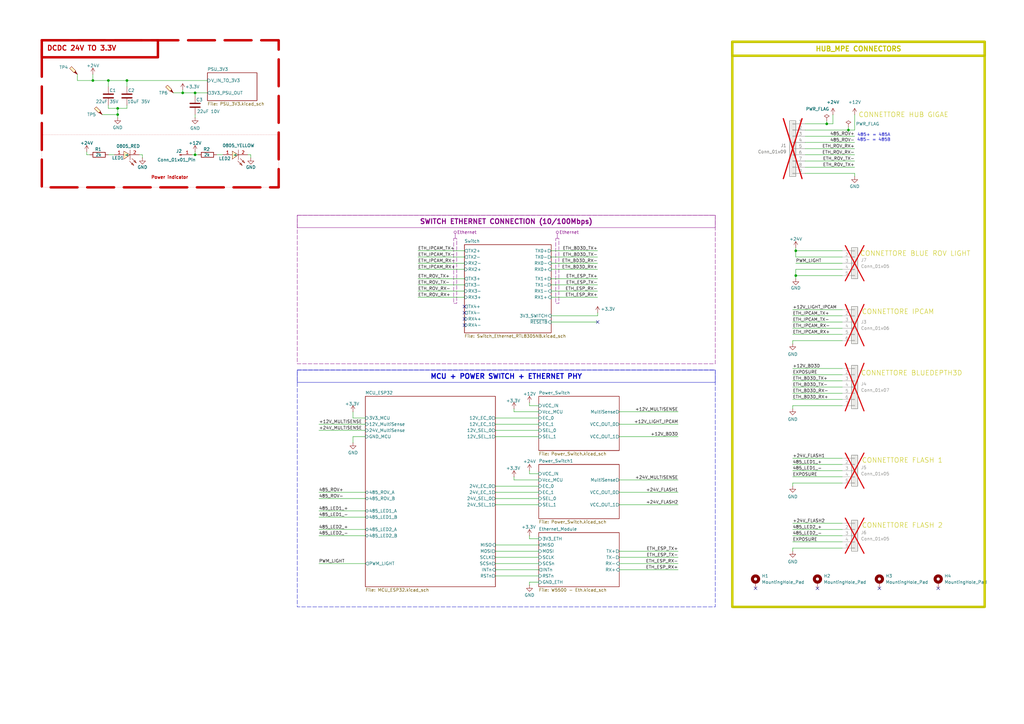
<source format=kicad_sch>
(kicad_sch (version 20250114) (generator "eeschema") (generator_version "9.0")
  (paper "A3")
  (title_block (title "HUB_MPE") (date "2025-03-21") (rev "0.1") (company "3DResearch"))
  (lib_symbols
    (symbol "Connector:Conn_01x01_Pin" (pin_names (offset 1.016) (hide yes))
      (property "Reference" "J" (at 0 2.54 0))
      (property "Value" "Conn_01x01_Pin" (at 0 -2.54 0))
      (symbol "Conn_01x01_Pin_1_1"
        (rectangle (start 0.8636 0.127) (end 0 -0.127) (stroke (width 0.1524)) (fill (type outline)))
        (polyline (pts (xy 1.27 0) (xy 0.8636 0)) (stroke (width 0.1524)))
        (pin passive line (at 5.08 0 180) (length 3.81) (name "Pin_1") (number "1"))
      )
    )
    (symbol "Connector:TestPoint_Probe" (pin_numbers (hide yes)) (pin_names (offset 0.762) (hide yes))
      (property "Reference" "TP" (at 1.651 5.842 0))
      (property "Value" "TestPoint_Probe" (at 1.651 4.064 0))
      (symbol "TestPoint_Probe_0_1"
        (polyline (pts (xy 1.27 0.762) (xy 0 0) (xy 0.762 1.27) (xy 1.27 0.762)) (fill (type outline)))
        (polyline (pts (xy 1.397 0.635) (xy 0.635 1.397) (xy 2.413 3.175) (xy 3.175 2.413) (xy 1.397 0.635)) (fill (type background)))
      )
      (symbol "TestPoint_Probe_1_1"
        (pin passive line (at 0 0 90) (length 0) (name "1") (number "1"))
      )
    )
    (symbol "Connector_Generic:Conn_01x05" (pin_names (offset 1.016) (hide yes))
      (property "Reference" "J" (at 0 7.62 0))
      (property "Value" "Conn_01x05" (at 0 -7.62 0))
      (symbol "Conn_01x05_1_1"
        (rectangle (start -1.27 6.35) (end 1.27 -6.35) (stroke (width 0.254)) (fill (type background)))
        (rectangle (start -1.27 5.207) (end 0 4.953) (stroke (width 0.1524)))
        (rectangle (start -1.27 2.667) (end 0 2.413) (stroke (width 0.1524)))
        (rectangle (start -1.27 0.127) (end 0 -0.127) (stroke (width 0.1524)))
        (rectangle (start -1.27 -2.413) (end 0 -2.667) (stroke (width 0.1524)))
        (rectangle (start -1.27 -4.953) (end 0 -5.207) (stroke (width 0.1524)))
        (pin passive line (at -5.08 5.08 0) (length 3.81) (name "Pin_1") (number "1"))
        (pin passive line (at -5.08 2.54 0) (length 3.81) (name "Pin_2") (number "2"))
        (pin passive line (at -5.08 0 0) (length 3.81) (name "Pin_3") (number "3"))
        (pin passive line (at -5.08 -2.54 0) (length 3.81) (name "Pin_4") (number "4"))
        (pin passive line (at -5.08 -5.08 0) (length 3.81) (name "Pin_5") (number "5"))
      )
    )
    (symbol "Connector_Generic:Conn_01x06" (pin_names (offset 1.016) (hide yes))
      (property "Reference" "J" (at 0 7.62 0))
      (property "Value" "Conn_01x06" (at 0 -10.16 0))
      (symbol "Conn_01x06_1_1"
        (rectangle (start -1.27 6.35) (end 1.27 -8.89) (stroke (width 0.254)) (fill (type background)))
        (rectangle (start -1.27 5.207) (end 0 4.953) (stroke (width 0.1524)))
        (rectangle (start -1.27 2.667) (end 0 2.413) (stroke (width 0.1524)))
        (rectangle (start -1.27 0.127) (end 0 -0.127) (stroke (width 0.1524)))
        (rectangle (start -1.27 -2.413) (end 0 -2.667) (stroke (width 0.1524)))
        (rectangle (start -1.27 -4.953) (end 0 -5.207) (stroke (width 0.1524)))
        (rectangle (start -1.27 -7.493) (end 0 -7.747) (stroke (width 0.1524)))
        (pin passive line (at -5.08 5.08 0) (length 3.81) (name "Pin_1") (number "1"))
        (pin passive line (at -5.08 2.54 0) (length 3.81) (name "Pin_2") (number "2"))
        (pin passive line (at -5.08 0 0) (length 3.81) (name "Pin_3") (number "3"))
        (pin passive line (at -5.08 -2.54 0) (length 3.81) (name "Pin_4") (number "4"))
        (pin passive line (at -5.08 -5.08 0) (length 3.81) (name "Pin_5") (number "5"))
        (pin passive line (at -5.08 -7.62 0) (length 3.81) (name "Pin_6") (number "6"))
      )
    )
    (symbol "Connector_Generic:Conn_01x07" (pin_names (offset 1.016) (hide yes))
      (property "Reference" "J" (at 0 10.16 0))
      (property "Value" "Conn_01x07" (at 0 -10.16 0))
      (symbol "Conn_01x07_1_1"
        (rectangle (start -1.27 8.89) (end 1.27 -8.89) (stroke (width 0.254)) (fill (type background)))
        (rectangle (start -1.27 7.747) (end 0 7.493) (stroke (width 0.1524)))
        (rectangle (start -1.27 5.207) (end 0 4.953) (stroke (width 0.1524)))
        (rectangle (start -1.27 2.667) (end 0 2.413) (stroke (width 0.1524)))
        (rectangle (start -1.27 0.127) (end 0 -0.127) (stroke (width 0.1524)))
        (rectangle (start -1.27 -2.413) (end 0 -2.667) (stroke (width 0.1524)))
        (rectangle (start -1.27 -4.953) (end 0 -5.207) (stroke (width 0.1524)))
        (rectangle (start -1.27 -7.493) (end 0 -7.747) (stroke (width 0.1524)))
        (pin passive line (at -5.08 7.62 0) (length 3.81) (name "Pin_1") (number "1"))
        (pin passive line (at -5.08 5.08 0) (length 3.81) (name "Pin_2") (number "2"))
        (pin passive line (at -5.08 2.54 0) (length 3.81) (name "Pin_3") (number "3"))
        (pin passive line (at -5.08 0 0) (length 3.81) (name "Pin_4") (number "4"))
        (pin passive line (at -5.08 -2.54 0) (length 3.81) (name "Pin_5") (number "5"))
        (pin passive line (at -5.08 -5.08 0) (length 3.81) (name "Pin_6") (number "6"))
        (pin passive line (at -5.08 -7.62 0) (length 3.81) (name "Pin_7") (number "7"))
      )
    )
    (symbol "Connector_Generic:Conn_01x09" (pin_names (offset 1.016) (hide yes))
      (property "Reference" "J" (at 0 12.7 0))
      (property "Value" "Conn_01x09" (at 0 -12.7 0))
      (symbol "Conn_01x09_1_1"
        (rectangle (start -1.27 11.43) (end 1.27 -11.43) (stroke (width 0.254)) (fill (type background)))
        (rectangle (start -1.27 10.287) (end 0 10.033) (stroke (width 0.1524)))
        (rectangle (start -1.27 7.747) (end 0 7.493) (stroke (width 0.1524)))
        (rectangle (start -1.27 5.207) (end 0 4.953) (stroke (width 0.1524)))
        (rectangle (start -1.27 2.667) (end 0 2.413) (stroke (width 0.1524)))
        (rectangle (start -1.27 0.127) (end 0 -0.127) (stroke (width 0.1524)))
        (rectangle (start -1.27 -2.413) (end 0 -2.667) (stroke (width 0.1524)))
        (rectangle (start -1.27 -4.953) (end 0 -5.207) (stroke (width 0.1524)))
        (rectangle (start -1.27 -7.493) (end 0 -7.747) (stroke (width 0.1524)))
        (rectangle (start -1.27 -10.033) (end 0 -10.287) (stroke (width 0.1524)))
        (pin passive line (at -5.08 10.16 0) (length 3.81) (name "Pin_1") (number "1"))
        (pin passive line (at -5.08 7.62 0) (length 3.81) (name "Pin_2") (number "2"))
        (pin passive line (at -5.08 5.08 0) (length 3.81) (name "Pin_3") (number "3"))
        (pin passive line (at -5.08 2.54 0) (length 3.81) (name "Pin_4") (number "4"))
        (pin passive line (at -5.08 0 0) (length 3.81) (name "Pin_5") (number "5"))
        (pin passive line (at -5.08 -2.54 0) (length 3.81) (name "Pin_6") (number "6"))
        (pin passive line (at -5.08 -5.08 0) (length 3.81) (name "Pin_7") (number "7"))
        (pin passive line (at -5.08 -7.62 0) (length 3.81) (name "Pin_8") (number "8"))
        (pin passive line (at -5.08 -10.16 0) (length 3.81) (name "Pin_9") (number "9"))
      )
    )
    (symbol "Device:C" (pin_numbers (hide yes)) (pin_names (offset 0.254))
      (property "Reference" "C" (at 0.635 2.54 0))
      (property "Value" "C" (at 0.635 -2.54 0))
      (symbol "C_0_1"
        (polyline (pts (xy -2.032 0.762) (xy 2.032 0.762)) (stroke (width 0.508)))
        (polyline (pts (xy -2.032 -0.762) (xy 2.032 -0.762)) (stroke (width 0.508)))
      )
      (symbol "C_1_1"
        (pin passive line (at 0 3.81 270) (length 2.794) (name "~") (number "1"))
        (pin passive line (at 0 -3.81 90) (length 2.794) (name "~") (number "2"))
      )
    )
    (symbol "Device:R" (pin_numbers (hide yes)) (pin_names (offset 0))
      (property "Reference" "R" (at 2.032 0 90))
      (property "Value" "R" (at 0 0 90))
      (symbol "R_0_1"
        (rectangle (start -1.016 -2.54) (end 1.016 2.54) (stroke (width 0.254)))
      )
      (symbol "R_1_1"
        (pin passive line (at 0 3.81 270) (length 1.27) (name "~") (number "1"))
        (pin passive line (at 0 -3.81 90) (length 1.27) (name "~") (number "2"))
      )
    )
    (symbol "Mechanical:MountingHole_Pad" (pin_numbers (hide yes)) (pin_names (offset 1.016) (hide yes)) (exclude_from_sim yes) (in_bom no)
      (property "Reference" "H" (at 0 6.35 0))
      (property "Value" "MountingHole_Pad" (at 0 4.445 0))
      (symbol "MountingHole_Pad_0_1"
        (circle (center 0 1.27) (radius 1.27) (stroke (width 1.27)))
      )
      (symbol "MountingHole_Pad_1_1"
        (pin input line (at 0 -2.54 90) (length 2.54) (name "1") (number "1"))
      )
    )
    (symbol "easyeda2kicad:17-21SUYC_TR8"
      (property "Reference" "LED" (at 0 5.08 0))
      (property "Value" "17-21SUYC/TR8" (at 0 -5.08 0))
      (symbol "17-21SUYC_TR8_0_1"
        (polyline (pts (xy -3.81 3.3) (xy -2.79 2.79) (xy -3.3 2.29) (xy -3.81 3.3)) (fill (type background)))
        (polyline (pts (xy -2.79 4.32) (xy -1.78 3.81) (xy -2.29 3.3) (xy -2.79 4.32)) (fill (type background)))
        (polyline (pts (xy -2.03 1.52) (xy -3.81 3.3)))
        (polyline (pts (xy -1.27 2.03) (xy -1.27 -2.03)))
        (polyline (pts (xy -1.02 2.54) (xy -2.79 4.32)))
        (polyline (pts (xy 1.27 -1.52) (xy -1.27 0) (xy 1.27 1.78) (xy 1.27 -1.52)) (fill (type background)))
        (pin unspecified line (at -5.08 0 0) (length 3.81) (name "-") (number "2"))
        (pin unspecified line (at 5.08 0 180) (length 3.81) (name "+") (number "1"))
      )
    )
    (symbol "easyeda2kicad:FC-2012HRK-620D"
      (property "Reference" "LED" (at 0 5.08 0))
      (property "Value" "FC-2012HRK-620D" (at 0 -5.08 0))
      (symbol "FC-2012HRK-620D_0_1"
        (polyline (pts (xy -3.81 3.3) (xy -2.79 2.79) (xy -3.3 2.29) (xy -3.81 3.3)) (fill (type background)))
        (polyline (pts (xy -2.79 4.32) (xy -1.78 3.81) (xy -2.29 3.3) (xy -2.79 4.32)) (fill (type background)))
        (polyline (pts (xy -2.03 1.52) (xy -3.81 3.3)))
        (polyline (pts (xy -1.27 2.03) (xy -1.27 -2.03)))
        (polyline (pts (xy -1.02 2.54) (xy -2.79 4.32)))
        (polyline (pts (xy 1.27 -1.52) (xy -1.27 0) (xy 1.27 1.78) (xy 1.27 -1.52)) (fill (type background)))
        (pin unspecified line (at -5.08 0 0) (length 3.81) (name "-") (number "2"))
        (pin unspecified line (at 5.08 0 180) (length 3.81) (name "+") (number "1"))
      )
    )
    (symbol "power:+12V" (power) (pin_numbers (hide yes)) (pin_names (offset 0) (hide yes))
      (property "Value" "+12V" (at 0 3.556 0))
      (symbol "+12V_0_1"
        (polyline (pts (xy -0.762 1.27) (xy 0 2.54)))
        (polyline (pts (xy 0 2.54) (xy 0.762 1.27)))
        (polyline (pts (xy 0 0) (xy 0 2.54)))
      )
      (symbol "+12V_1_1"
        (pin power_in line (at 0 0 90) (length 0) (name "~") (number "1"))
      )
    )
    (symbol "power:+24V" (power) (pin_numbers (hide yes)) (pin_names (offset 0) (hide yes))
      (property "Value" "+24V" (at 0 3.556 0))
      (symbol "+24V_0_1"
        (polyline (pts (xy -0.762 1.27) (xy 0 2.54)))
        (polyline (pts (xy 0 2.54) (xy 0.762 1.27)))
        (polyline (pts (xy 0 0) (xy 0 2.54)))
      )
      (symbol "+24V_1_1"
        (pin power_in line (at 0 0 90) (length 0) (name "~") (number "1"))
      )
    )
    (symbol "power:+3.3V" (power) (pin_numbers (hide yes)) (pin_names (offset 0) (hide yes))
      (property "Value" "+3.3V" (at 0 3.556 0))
      (symbol "+3.3V_0_1"
        (polyline (pts (xy -0.762 1.27) (xy 0 2.54)))
        (polyline (pts (xy 0 2.54) (xy 0.762 1.27)))
        (polyline (pts (xy 0 0) (xy 0 2.54)))
      )
      (symbol "+3.3V_1_1"
        (pin power_in line (at 0 0 90) (length 0) (name "~") (number "1"))
      )
    )
    (symbol "power:GND" (power) (pin_numbers (hide yes)) (pin_names (offset 0) (hide yes))
      (property "Value" "GND" (at 0 -3.81 0))
      (symbol "GND_0_1"
        (polyline (pts (xy 0 0) (xy 0 -1.27) (xy 1.27 -1.27) (xy 0 -2.54) (xy -1.27 -1.27) (xy 0 -1.27)))
      )
      (symbol "GND_1_1"
        (pin power_in line (at 0 0 270) (length 0) (name "~") (number "1"))
      )
    )
    (symbol "power:PWR_FLAG" (power) (pin_numbers (hide yes)) (pin_names (offset 0) (hide yes))
      (property "Value" "PWR_FLAG" (at 0 3.81 0))
      (symbol "PWR_FLAG_0_0"
        (pin power_out line (at 0 0 90) (length 0) (name "~") (number "1"))
      )
      (symbol "PWR_FLAG_0_1"
        (polyline (pts (xy 0 0) (xy 0 1.27) (xy -1.016 1.905) (xy 0 2.54) (xy 1.016 1.905) (xy 0 1.27)))
      )
    )
  )
  (rectangle (start 17.145 55.245) (end 114.3 76.835) (stroke (width 0) (type dot) (color 194 0 0 1)))
  (rectangle (start 121.92 88.265) (end 293.37 149.225) (stroke (width 0) (type dash) (color 132 0 132 1)))
  (rectangle (start 300.355 17.145) (end 403.86 248.92) (stroke (width 1) (color 194 194 0 1)))
  (rectangle (start 17.145 16.51) (end 114.3 76.835) (stroke (width 1) (type dash) (color 194 0 0 1)))
  (rectangle (start 121.92 151.765) (end 293.37 248.92) (stroke (width 0) (type dash)))
  (text "CONNETTORE FLASH 1" (at 370.078 188.976 0) (effects (font (size 2 2))))
  (text "Power indicator" (at 69.596 72.898 0) (effects (font (size 1.27 1.27) (thickness 0.254) (bold yes))))
  (text "CONNETTORE HUB GIGAE" (at 370.586 47.244 0) (effects (font (size 2 2))))
  (text "CONNETTORE IPCAM" (at 368.3 128.016 0) (effects (font (size 2 2))))
  (text "485+ = 485A\n485- = 485B" (at 358.394 56.388 0) (effects (font (size 1.27 1.27))))
  (text "LISTA CONNESSIONI\n1 x GIGAETHERNET (13 PIN)\n2 x ILLUMINATORE (5 PIN)\n1 x BLUEDEPTH (9 PIN)\n1 x IP CAMERA (6 PIN)\n1 x BLUE_ROV_LIGHT (3 PIN)" (at 0.762 325.628 0) (effects (font (size 4 4)) (justify left)))
  (text "CONNETTORE BLUEDEPTH3D" (at 373.888 153.162 0) (effects (font (size 2 2))))
  (text "CONNETTORE BLUE ROV LIGHT" (at 375.412 104.14 0) (effects (font (size 2 2))))
  (text "CONNETTORE FLASH 2" (at 370.078 215.646 0) (effects (font (size 2 2))))
  (text_box "MCU + POWER SWITCH + ETHERNET PHY" (at 121.92 151.765 0) (size 171.45 5.08) (margins 0.9525 0.9525 0.9525 0.9525) (effects (font (size 2 2) (thickness 0.4) (bold yes))))
  (text_box "HUB_MPE CONNECTORS" (at 300.355 17.145 0) (size 103.505 5.715) (margins 0.9525 0.9525 0.9525 0.9525) (stroke (width 1) (color 194 194 0 1)) (effects (font (size 2 2) (thickness 0.4) (bold yes))))
  (text_box "SWITCH ETHERNET CONNECTION (10/100Mbps)" (at 121.92 88.265 0) (size 171.45 5.08) (margins 0.9525 0.9525 0.9525 0.9525) (stroke (width 0) (color 132 0 132 1)) (effects (font (size 2 2) (thickness 0.4) (bold yes))))
  (text_box "DCDC 24V TO 3.3V" (at 17.145 16.51 0) (size 47.625 6.985) (margins 2 2 2 2) (stroke (width 1) (color 194 0 0 1)) (effects (font (size 2 2) (thickness 0.4) (bold yes)) (justify left top)))
  (junction (at 326.39 113.03))
  (junction (at 80.01 63.5))
  (junction (at 48.26 46.99))
  (junction (at 48.26 44.45))
  (junction (at 347.98 53.34))
  (junction (at 339.09 50.8))
  (junction (at 74.93 38.1))
  (junction (at 44.45 33.02))
  (junction (at 80.01 38.1))
  (junction (at 52.07 33.02))
  (junction (at 326.39 102.87))
  (junction (at 38.1 33.02))
  (no_connect (at 335.28 241.3))
  (no_connect (at 245.11 132.08))
  (no_connect (at 360.68 241.3))
  (no_connect (at 190.5 128.27))
  (no_connect (at 190.5 125.73))
  (no_connect (at 190.5 130.81))
  (no_connect (at 190.5 133.35))
  (no_connect (at 384.81 241.3))
  (no_connect (at 309.88 241.3))
  (wire (pts (xy 203.2 201.93) (xy 220.98 201.93)))
  (wire (pts (xy 325.12 134.62) (xy 345.44 134.62)))
  (wire (pts (xy 217.17 193.04) (xy 217.17 194.31)))
  (wire (pts (xy 325.12 140.97) (xy 325.12 139.7)))
  (wire (pts (xy 217.17 194.31) (xy 220.98 194.31)))
  (wire (pts (xy 149.86 176.53) (xy 130.81 176.53)))
  (wire (pts (xy 341.63 50.8) (xy 339.09 50.8)))
  (wire (pts (xy 226.06 132.08) (xy 245.11 132.08)))
  (wire (pts (xy 38.1 30.48) (xy 38.1 33.02)))
  (wire (pts (xy 57.15 63.5) (xy 58.42 63.5)))
  (wire (pts (xy 345.44 127) (xy 325.12 127)))
  (wire (pts (xy 41.91 46.99) (xy 48.26 46.99)))
  (wire (pts (xy 345.44 110.49) (xy 326.39 110.49)))
  (wire (pts (xy 149.86 219.71) (xy 130.81 219.71)))
  (wire (pts (xy 31.75 33.02) (xy 38.1 33.02)))
  (wire (pts (xy 325.12 153.67) (xy 345.44 153.67)))
  (wire (pts (xy 78.74 63.5) (xy 80.01 63.5)))
  (wire (pts (xy 330.2 63.5) (xy 350.52 63.5)))
  (wire (pts (xy 350.52 53.34) (xy 347.98 53.34)))
  (wire (pts (xy 345.44 214.63) (xy 325.12 214.63)))
  (wire (pts (xy 74.93 36.83) (xy 74.93 38.1)))
  (wire (pts (xy 217.17 219.71) (xy 217.17 220.98)))
  (wire (pts (xy 330.2 55.88) (xy 350.52 55.88)))
  (wire (pts (xy 149.86 217.17) (xy 130.81 217.17)))
  (wire (pts (xy 254 226.06) (xy 278.13 226.06)))
  (wire (pts (xy 58.42 64.77) (xy 58.42 63.5)))
  (wire (pts (xy 345.44 105.41) (xy 326.39 105.41)))
  (wire (pts (xy 325.12 161.29) (xy 345.44 161.29)))
  (wire (pts (xy 52.07 43.18) (xy 52.07 44.45)))
  (wire (pts (xy 190.5 102.87) (xy 171.45 102.87)))
  (wire (pts (xy 149.86 201.93) (xy 130.81 201.93)))
  (wire (pts (xy 325.12 224.79) (xy 345.44 224.79)))
  (wire (pts (xy 210.82 196.85) (xy 220.98 196.85)))
  (wire (pts (xy 149.86 173.99) (xy 130.81 173.99)))
  (wire (pts (xy 325.12 193.04) (xy 345.44 193.04)))
  (wire (pts (xy 226.06 110.49) (xy 245.11 110.49)))
  (wire (pts (xy 226.06 107.95) (xy 245.11 107.95)))
  (wire (pts (xy 44.45 33.02) (xy 52.07 33.02)))
  (wire (pts (xy 44.45 33.02) (xy 44.45 35.56)))
  (wire (pts (xy 217.17 238.76) (xy 220.98 238.76)))
  (wire (pts (xy 210.82 168.91) (xy 220.98 168.91)))
  (wire (pts (xy 325.12 222.25) (xy 345.44 222.25)))
  (wire (pts (xy 226.06 116.84) (xy 245.11 116.84)))
  (wire (pts (xy 330.2 58.42) (xy 350.52 58.42)))
  (wire (pts (xy 347.98 53.34) (xy 330.2 53.34)))
  (wire (pts (xy 80.01 63.5) (xy 81.28 63.5)))
  (wire (pts (xy 254 196.85) (xy 278.13 196.85)))
  (wire (pts (xy 149.86 179.07) (xy 144.78 179.07)))
  (wire (pts (xy 101.6 63.5) (xy 102.87 63.5)))
  (wire (pts (xy 217.17 220.98) (xy 220.98 220.98)))
  (wire (pts (xy 326.39 105.41) (xy 326.39 102.87)))
  (wire (pts (xy 326.39 110.49) (xy 326.39 113.03)))
  (wire (pts (xy 74.93 38.1) (xy 80.01 38.1)))
  (wire (pts (xy 80.01 62.23) (xy 80.01 63.5)))
  (wire (pts (xy 48.26 44.45) (xy 48.26 46.99)))
  (wire (pts (xy 203.2 233.68) (xy 220.98 233.68)))
  (wire (pts (xy 325.12 190.5) (xy 345.44 190.5)))
  (wire (pts (xy 325.12 217.17) (xy 345.44 217.17)))
  (wire (pts (xy 203.2 226.06) (xy 220.98 226.06)))
  (wire (pts (xy 345.44 151.13) (xy 325.12 151.13)))
  (wire (pts (xy 330.2 71.12) (xy 350.52 71.12)))
  (wire (pts (xy 217.17 166.37) (xy 220.98 166.37)))
  (wire (pts (xy 325.12 199.39) (xy 325.12 198.12)))
  (wire (pts (xy 203.2 204.47) (xy 220.98 204.47)))
  (wire (pts (xy 325.12 166.37) (xy 345.44 166.37)))
  (wire (pts (xy 203.2 228.6) (xy 220.98 228.6)))
  (wire (pts (xy 326.39 107.95) (xy 345.44 107.95)))
  (wire (pts (xy 254 207.01) (xy 278.13 207.01)))
  (wire (pts (xy 325.12 132.08) (xy 345.44 132.08)))
  (wire (pts (xy 325.12 219.71) (xy 345.44 219.71)))
  (wire (pts (xy 80.01 46.99) (xy 80.01 48.26)))
  (wire (pts (xy 144.78 179.07) (xy 144.78 181.61)))
  (wire (pts (xy 326.39 113.03) (xy 326.39 114.3)))
  (wire (pts (xy 203.2 173.99) (xy 220.98 173.99)))
  (wire (pts (xy 226.06 105.41) (xy 245.11 105.41)))
  (wire (pts (xy 130.81 212.09) (xy 149.86 212.09)))
  (wire (pts (xy 203.2 207.01) (xy 220.98 207.01)))
  (wire (pts (xy 210.82 167.64) (xy 210.82 168.91)))
  (wire (pts (xy 326.39 113.03) (xy 345.44 113.03)))
  (wire (pts (xy 35.56 62.23) (xy 35.56 63.5)))
  (wire (pts (xy 190.5 121.92) (xy 171.45 121.92)))
  (wire (pts (xy 325.12 139.7) (xy 345.44 139.7)))
  (wire (pts (xy 203.2 236.22) (xy 220.98 236.22)))
  (wire (pts (xy 325.12 137.16) (xy 345.44 137.16)))
  (wire (pts (xy 325.12 156.21) (xy 345.44 156.21)))
  (wire (pts (xy 226.06 121.92) (xy 245.11 121.92)))
  (wire (pts (xy 341.63 46.99) (xy 341.63 50.8)))
  (wire (pts (xy 326.39 102.87) (xy 345.44 102.87)))
  (wire (pts (xy 203.2 223.52) (xy 220.98 223.52)))
  (wire (pts (xy 80.01 38.1) (xy 80.01 39.37)))
  (wire (pts (xy 326.39 102.87) (xy 326.39 101.6)))
  (wire (pts (xy 44.45 63.5) (xy 46.99 63.5)))
  (wire (pts (xy 144.78 171.45) (xy 149.86 171.45)))
  (wire (pts (xy 80.01 38.1) (xy 85.09 38.1)))
  (wire (pts (xy 190.5 107.95) (xy 171.45 107.95)))
  (wire (pts (xy 245.11 129.54) (xy 226.06 129.54)))
  (wire (pts (xy 254 173.99) (xy 278.13 173.99)))
  (wire (pts (xy 325.12 167.64) (xy 325.12 166.37)))
  (wire (pts (xy 325.12 195.58) (xy 345.44 195.58)))
  (wire (pts (xy 210.82 195.58) (xy 210.82 196.85)))
  (wire (pts (xy 71.12 38.1) (xy 74.93 38.1)))
  (wire (pts (xy 48.26 44.45) (xy 44.45 44.45)))
  (wire (pts (xy 203.2 179.07) (xy 220.98 179.07)))
  (wire (pts (xy 254 201.93) (xy 278.13 201.93)))
  (wire (pts (xy 330.2 68.58) (xy 350.52 68.58)))
  (wire (pts (xy 149.86 204.47) (xy 130.81 204.47)))
  (wire (pts (xy 339.09 50.8) (xy 330.2 50.8)))
  (wire (pts (xy 203.2 171.45) (xy 220.98 171.45)))
  (wire (pts (xy 325.12 163.83) (xy 345.44 163.83)))
  (wire (pts (xy 339.09 49.53) (xy 339.09 50.8)))
  (wire (pts (xy 88.9 63.5) (xy 91.44 63.5)))
  (wire (pts (xy 203.2 199.39) (xy 220.98 199.39)))
  (wire (pts (xy 350.52 71.12) (xy 350.52 72.39)))
  (wire (pts (xy 347.98 52.07) (xy 347.98 53.34)))
  (wire (pts (xy 217.17 238.76) (xy 217.17 240.03)))
  (wire (pts (xy 325.12 198.12) (xy 345.44 198.12)))
  (wire (pts (xy 190.5 110.49) (xy 171.45 110.49)))
  (wire (pts (xy 217.17 165.1) (xy 217.17 166.37)))
  (wire (pts (xy 226.06 119.38) (xy 245.11 119.38)))
  (wire (pts (xy 254 228.6) (xy 278.13 228.6)))
  (wire (pts (xy 149.86 209.55) (xy 130.81 209.55)))
  (wire (pts (xy 52.07 33.02) (xy 85.09 33.02)))
  (wire (pts (xy 254 179.07) (xy 278.13 179.07)))
  (wire (pts (xy 203.2 176.53) (xy 220.98 176.53)))
  (wire (pts (xy 226.06 114.3) (xy 245.11 114.3)))
  (wire (pts (xy 245.11 128.27) (xy 245.11 129.54)))
  (wire (pts (xy 330.2 60.96) (xy 350.52 60.96)))
  (wire (pts (xy 144.78 168.91) (xy 144.78 171.45)))
  (wire (pts (xy 190.5 116.84) (xy 171.45 116.84)))
  (wire (pts (xy 44.45 43.18) (xy 44.45 44.45)))
  (wire (pts (xy 31.75 30.48) (xy 31.75 33.02)))
  (wire (pts (xy 325.12 226.06) (xy 325.12 224.79)))
  (wire (pts (xy 345.44 187.96) (xy 325.12 187.96)))
  (wire (pts (xy 226.06 102.87) (xy 245.11 102.87)))
  (wire (pts (xy 254 168.91) (xy 278.13 168.91)))
  (wire (pts (xy 325.12 129.54) (xy 345.44 129.54)))
  (wire (pts (xy 52.07 33.02) (xy 52.07 35.56)))
  (wire (pts (xy 330.2 66.04) (xy 350.52 66.04)))
  (wire (pts (xy 48.26 46.99) (xy 48.26 48.26)))
  (wire (pts (xy 325.12 158.75) (xy 345.44 158.75)))
  (wire (pts (xy 190.5 105.41) (xy 171.45 105.41)))
  (wire (pts (xy 35.56 63.5) (xy 36.83 63.5)))
  (wire (pts (xy 48.26 44.45) (xy 52.07 44.45)))
  (wire (pts (xy 102.87 64.77) (xy 102.87 63.5)))
  (wire (pts (xy 190.5 114.3) (xy 171.45 114.3)))
  (wire (pts (xy 38.1 33.02) (xy 44.45 33.02)))
  (wire (pts (xy 130.81 231.14) (xy 149.86 231.14)))
  (wire (pts (xy 254 233.68) (xy 278.13 233.68)))
  (wire (pts (xy 203.2 231.14) (xy 220.98 231.14)))
  (wire (pts (xy 190.5 119.38) (xy 171.45 119.38)))
  (wire (pts (xy 254 231.14) (xy 278.13 231.14)))
  (wire (pts (xy 350.52 46.99) (xy 350.52 53.34)))
  (label "EXPOSURE" (at 325.12 153.67 0))
  (label "+24V_MULTISENSE" (at 278.13 196.85 180))
  (label "ETH_IPCAM_TX+" (at 325.12 129.54 0))
  (label "ETH_ESP_RX-" (at 278.13 231.14 180))
  (label "ETH_ROV_TX-" (at 171.45 116.84 0))
  (label "ETH_ESP_TX+" (at 245.11 114.3 180))
  (label "485_LED2_+" (at 130.81 217.17 0))
  (label "ETH_BD3D_TX-" (at 245.11 105.41 180))
  (label "ETH_IPCAM_RX-" (at 171.45 107.95 0))
  (label "ETH_ROV_RX+" (at 350.52 60.96 180))
  (label "ETH_ESP_RX+" (at 245.11 121.92 180))
  (label "+24V_FLASH1" (at 278.13 201.93 180))
  (label "ETH_IPCAM_TX-" (at 325.12 132.08 0))
  (label "ETH_BD3D_TX-" (at 325.12 158.75 0))
  (label "EXPOSURE" (at 325.12 195.58 0))
  (label "+12V_BD3D" (at 325.12 151.13 0))
  (label "485_ROV+" (at 350.52 55.88 180))
  (label "ETH_IPCAM_TX-" (at 171.45 105.41 0))
  (label "+24V_FLASH1" (at 325.12 187.96 0))
  (label "PWM_LIGHT" (at 130.81 231.14 0))
  (label "ETH_ESP_RX-" (at 245.11 119.38 180))
  (label "ETH_BD3D_RX-" (at 245.11 107.95 180))
  (label "+12V_MULTISENSE" (at 130.81 173.99 0))
  (label "ETH_ROV_TX+" (at 171.45 114.3 0))
  (label "ETH_ESP_TX-" (at 278.13 228.6 180))
  (label "485_LED1_+" (at 325.12 190.5 0))
  (label "ETH_IPCAM_RX+" (at 171.45 110.49 0))
  (label "ETH_ROV_TX+" (at 350.52 68.58 180))
  (label "ETH_IPCAM_RX+" (at 325.12 137.16 0))
  (label "485_ROV-" (at 130.81 204.47 0))
  (label "485_ROV+" (at 130.81 201.93 0))
  (label "+24V_FLASH2" (at 325.12 214.63 0))
  (label "ETH_BD3D_TX+" (at 325.12 156.21 0))
  (label "ETH_IPCAM_TX+" (at 171.45 102.87 0))
  (label "+24V_FLASH2" (at 278.13 207.01 180))
  (label "485_LED1_-" (at 130.81 212.09 0))
  (label "ETH_ROV_RX-" (at 171.45 119.38 0))
  (label "ETH_BD3D_TX+" (at 245.11 102.87 180))
  (label "+12V_BD3D" (at 278.13 179.07 180))
  (label "485_LED2_-" (at 325.12 219.71 0))
  (label "485_LED2_-" (at 130.81 219.71 0))
  (label "ETH_BD3D_RX+" (at 325.12 163.83 0))
  (label "485_LED1_-" (at 325.12 193.04 0))
  (label "ETH_ROV_RX+" (at 171.45 121.92 0))
  (label "ETH_ESP_TX+" (at 278.13 226.06 180))
  (label "ETH_IPCAM_RX-" (at 325.12 134.62 0))
  (label "ETH_ESP_TX-" (at 245.11 116.84 180))
  (label "+12V_LIGHT_IPCAM" (at 325.12 127 0))
  (label "+24V_MULTISENSE" (at 130.81 176.53 0))
  (label "+12V_LIGHT_IPCAM" (at 278.13 173.99 180))
  (label "ETH_ROV_RX-" (at 350.52 63.5 180))
  (label "485_ROV-" (at 350.52 58.42 180))
  (label "485_LED2_+" (at 325.12 217.17 0))
  (label "PWM_LIGHT" (at 326.39 107.95 0))
  (label "ETH_BD3D_RX+" (at 245.11 110.49 180))
  (label "ETH_BD3D_RX-" (at 325.12 161.29 0))
  (label "ETH_ROV_TX-" (at 350.52 66.04 180))
  (label "EXPOSURE" (at 325.12 222.25 0))
  (label "ETH_ESP_RX+" (at 278.13 233.68 180))
  (label "+12V_MULTISENSE" (at 278.13 168.91 180))
  (label "485_LED1_+" (at 130.81 209.55 0))
  (rule_area (polyline (pts (xy 227.965 97.79) (xy 229.235 97.79) (xy 229.235 124.46) (xy 227.965 124.46)) (stroke (width 0) (type dash) (color 132 0 132 1))))
  (rule_area (polyline (pts (xy 186.055 97.79) (xy 187.325 97.79) (xy 187.325 124.46) (xy 186.055 124.46)) (stroke (width 0) (type dash) (color 132 0 132 1))))
  (netclass_flag "" (length 2.54) (shape round) (at 186.69 97.79 0) (property "Netclass" "Ethernet" (at 187.452 95.25 0) (effects (justify left))))
  (netclass_flag "" (length 2.54) (shape round) (at 228.6 97.79 0) (property "Netclass" "Ethernet" (at 229.362 95.25 0) (effects (justify left))))
  (symbol (lib_id "Mechanical:MountingHole_Pad") (at 309.88 238.76 0) (unit 1) (exclude_from_sim yes) (in_bom no)
    (property "Reference" "H1" (at 312.42 236.2199 0) (effects (justify left)))
    (property "Value" "MountingHole_Pad" (at 312.42 238.7599 0) (effects (justify left)))
    (property "Footprint" "MountingHole:MountingHole_3.2mm_M3_Pad_Via" (effects (hide yes)))
    (property "Description" "Mounting Hole with connection" (effects (hide yes)))
  )
  (symbol (lib_id "power:+24V") (at 217.17 193.04 0) (unit 1)
    (property "Reference" "#PWR021" (effects (hide yes)))
    (property "Value" "+24V" (at 217.17 189.23 0))
    (property "Description" "Power symbol creates a global label with name \"+24V\"" (effects (hide yes)))
  )
  (symbol (lib_id "Device:C") (at 52.07 39.37 0) (unit 1)
    (property "Reference" "C2" (at 53.848 37.084 0))
    (property "Value" "10uF 35V" (at 56.896 41.656 0))
    (property "Footprint" "Capacitor_SMD:C_0603_1608Metric" (effects (hide yes)))
    (property "LCSC" "C194427" (effects (hide yes)))
  )
  (symbol (lib_id "power:+3.3V") (at 210.82 167.64 0) (unit 1)
    (property "Reference" "#PWR017" (effects (hide yes)))
    (property "Value" "+3.3V" (at 207.518 164.338 0) (effects (justify left)))
    (property "Description" "Power symbol creates a global label with name \"+3.3V\"" (effects (hide yes)))
  )
  (symbol (lib_id "Device:C") (at 44.45 39.37 0) (unit 1)
    (property "Reference" "C1" (at 46.228 37.084 0))
    (property "Value" "22uF 35V" (at 43.942 41.656 0))
    (property "Footprint" "Capacitor_SMD:C_1206_3216Metric" (effects (hide yes)))
    (property "LCSC" "C342620" (effects (hide yes)))
  )
  (symbol (lib_id "easyeda2kicad:17-21SUYC_TR8") (at 96.52 63.5 180) (unit 1)
    (property "Reference" "LED2" (at 92.202 65.024 0))
    (property "Value" "0805_YELLOW" (at 97.79 59.69 0))
    (property "Footprint" "easyeda2kicad:LED0805-R-RD" (effects (hide yes)))
    (property "Datasheet" "https://lcsc.com/product-detail/Light-Emitting-Diodes-LED_Yellow-light-0805-Highlighted_C2296.html" (effects (hide yes)))
    (property "LCSC Part" "C2296" (effects (hide yes)))
  )
  (symbol (lib_id "power:+24V") (at 38.1 30.48 0) (unit 1)
    (property "Reference" "#PWR01" (effects (hide yes)))
    (property "Value" "+24V" (at 38.1 26.924 0))
    (property "Description" "Power symbol creates a global label with name \"+24V\"" (effects (hide yes)))
  )
  (symbol (lib_id "power:+12V") (at 350.52 46.99 0) (unit 1)
    (property "Reference" "#PWR05" (effects (hide yes)))
    (property "Value" "+12V" (at 350.52 41.91 0))
    (property "Description" "Power symbol creates a global label with name \"+12V\"" (effects (hide yes)))
  )
  (symbol (lib_id "Connector:TestPoint_Probe") (at 41.91 46.99 0) (mirror y) (unit 1)
    (property "Reference" "TP5" (at 39.37 46.99 0) (effects (justify left)))
    (property "Value" "TestPoint_Probe" (effects (hide yes)))
    (property "Footprint" "easyeda2kicad:TEST-TH_BD2.54-P1.39" (effects (hide yes)))
    (property "Description" "test point (alternative probe-style design)" (effects (hide yes)))
    (property "LCSC" "C238122" (effects (hide yes)))
  )
  (symbol (lib_id "Device:R") (at 40.64 63.5 90) (unit 1)
    (property "Reference" "R1" (at 41.656 61.214 90) (effects (justify left)))
    (property "Value" "2k" (at 41.656 63.5 90) (effects (justify left)))
    (property "Footprint" "Resistor_SMD:R_0603_1608Metric" (effects (hide yes)))
    (property "Description" "Resistor" (effects (hide yes)))
    (property "LCSC" "C22975" (effects (hide yes)))
  )
  (symbol (lib_id "Connector_Generic:Conn_01x09") (at 325.12 60.96 0) (mirror y) (unit 1) (in_bom no) (dnp yes)
    (property "Reference" "J1" (at 322.58 59.6899 0) (effects (justify left)))
    (property "Value" "Conn_01x09" (at 322.58 62.2299 0) (effects (justify left)))
    (property "Footprint" "Connector_JST:JST_VH_B9P-VH-B_1x09_P3.96mm_Vertical" (effects (hide yes)))
    (property "Description" "Generic connector, single row, 01x09, script generated (kicad-library-utils/schlib/autogen/connector/)" (effects (hide yes)))
  )
  (symbol (lib_id "power:+24V") (at 35.56 62.23 0) (unit 1)
    (property "Reference" "#PWR08" (effects (hide yes)))
    (property "Value" "+24V" (at 35.56 58.674 0))
    (property "Description" "Power symbol creates a global label with name \"+24V\"" (effects (hide yes)))
  )
  (symbol (lib_id "Device:R") (at 85.09 63.5 90) (unit 1)
    (property "Reference" "R2" (at 86.106 61.214 90) (effects (justify left)))
    (property "Value" "2k" (at 86.106 63.5 90) (effects (justify left)))
    (property "Footprint" "Resistor_SMD:R_0603_1608Metric" (effects (hide yes)))
    (property "Description" "Resistor" (effects (hide yes)))
    (property "LCSC" "C22975" (effects (hide yes)))
  )
  (symbol (lib_id "power:+3.3V") (at 210.82 195.58 0) (unit 1)
    (property "Reference" "#PWR022" (effects (hide yes)))
    (property "Value" "+3.3V" (at 207.518 192.024 0) (effects (justify left)))
    (property "Description" "Power symbol creates a global label with name \"+3.3V\"" (effects (hide yes)))
  )
  (symbol (lib_id "power:GND") (at 326.39 114.3 0) (unit 1)
    (property "Reference" "#PWR013" (effects (hide yes)))
    (property "Value" "GND" (at 326.39 118.11 0))
    (property "Description" "Power symbol creates a global label with name \"GND\" , ground" (effects (hide yes)))
  )
  (symbol (lib_id "power:+3.3V") (at 245.11 128.27 0) (unit 1)
    (property "Reference" "#PWR014" (effects (hide yes)))
    (property "Value" "+3.3V" (at 246.38 126.746 0) (effects (justify left)))
    (property "Description" "Power symbol creates a global label with name \"+3.3V\"" (effects (hide yes)))
  )
  (symbol (lib_id "Connector_Generic:Conn_01x06") (at 350.52 132.08 0) (unit 1) (in_bom no) (dnp yes)
    (property "Reference" "J3" (at 353.06 132.0799 0) (effects (justify left)))
    (property "Value" "Conn_01x06" (at 353.06 134.6199 0) (effects (justify left)))
    (property "Footprint" "Connector_JST:JST_VH_B6P-VH-B_1x06_P3.96mm_Vertical" (effects (hide yes)))
    (property "Description" "Generic connector, single row, 01x06, script generated (kicad-library-utils/schlib/autogen/connector/)" (effects (hide yes)))
  )
  (symbol (lib_id "power:GND") (at 48.26 48.26 0) (unit 1)
    (property "Reference" "#PWR06" (effects (hide yes)))
    (property "Value" "GND" (at 48.26 52.324 0))
    (property "Description" "Power symbol creates a global label with name \"GND\" , ground" (effects (hide yes)))
  )
  (symbol (lib_id "power:GND") (at 58.42 64.77 0) (unit 1)
    (property "Reference" "#PWR010" (effects (hide yes)))
    (property "Value" "GND" (at 58.42 68.58 0))
    (property "Description" "Power symbol creates a global label with name \"GND\" , ground" (effects (hide yes)))
  )
  (symbol (lib_id "easyeda2kicad:FC-2012HRK-620D") (at 52.07 63.5 180) (unit 1)
    (property "Reference" "LED1" (at 50.8 64.77 0) (effects (justify left)))
    (property "Value" "0805_RED" (at 57.404 59.944 0) (effects (justify left)))
    (property "Footprint" "easyeda2kicad:LED0805-R-RD" (effects (hide yes)))
    (property "Datasheet" "https://lcsc.com/product-detail/Light-Emitting-Diodes-LED_Red-LED-SMDLED-80-180mcd_C84256.html" (effects (hide yes)))
    (property "LCSC Part" "C84256" (effects (hide yes)))
    (property "LCSC" "C84256" (effects (hide yes)))
  )
  (symbol (lib_id "power:+24V") (at 341.63 46.99 0) (unit 1)
    (property "Reference" "#PWR04" (effects (hide yes)))
    (property "Value" "+24V" (at 341.63 41.91 0))
    (property "Description" "Power symbol creates a global label with name \"+24V\"" (effects (hide yes)))
  )
  (symbol (lib_id "power:+24V") (at 326.39 101.6 0) (unit 1)
    (property "Reference" "#PWR088" (effects (hide yes)))
    (property "Value" "+24V" (at 326.39 98.044 0))
    (property "Description" "Power symbol creates a global label with name \"+24V\"" (effects (hide yes)))
  )
  (symbol (lib_id "Mechanical:MountingHole_Pad") (at 335.28 238.76 0) (unit 1) (exclude_from_sim yes) (in_bom no)
    (property "Reference" "H2" (at 337.82 236.2199 0) (effects (justify left)))
    (property "Value" "MountingHole_Pad" (at 337.82 238.7599 0) (effects (justify left)))
    (property "Footprint" "MountingHole:MountingHole_3.2mm_M3_Pad_Via" (effects (hide yes)))
    (property "Description" "Mounting Hole with connection" (effects (hide yes)))
  )
  (symbol (lib_id "power:GND") (at 217.17 240.03 0) (unit 1)
    (property "Reference" "#PWR026" (effects (hide yes)))
    (property "Value" "GND" (at 217.17 244.094 0))
    (property "Description" "Power symbol creates a global label with name \"GND\" , ground" (effects (hide yes)))
  )
  (symbol (lib_id "power:+3.3V") (at 217.17 219.71 0) (unit 1)
    (property "Reference" "#PWR024" (effects (hide yes)))
    (property "Value" "+3.3V" (at 213.868 216.154 0) (effects (justify left)))
    (property "Description" "Power symbol creates a global label with name \"+3.3V\"" (effects (hide yes)))
  )
  (symbol (lib_id "Connector:TestPoint_Probe") (at 71.12 38.1 0) (mirror y) (unit 1)
    (property "Reference" "TP6" (at 68.834 38.1 0) (effects (justify left)))
    (property "Value" "TestPoint_Probe" (effects (hide yes)))
    (property "Footprint" "easyeda2kicad:TEST-TH_BD2.54-P1.39" (effects (hide yes)))
    (property "Description" "test point (alternative probe-style design)" (effects (hide yes)))
    (property "LCSC" "C238122" (effects (hide yes)))
  )
  (symbol (lib_id "Mechanical:MountingHole_Pad") (at 360.68 238.76 0) (unit 1) (exclude_from_sim yes) (in_bom no)
    (property "Reference" "H3" (at 363.22 236.2199 0) (effects (justify left)))
    (property "Value" "MountingHole_Pad" (at 363.22 238.7599 0) (effects (justify left)))
    (property "Footprint" "MountingHole:MountingHole_3.2mm_M3_Pad_Via" (effects (hide yes)))
    (property "Description" "Mounting Hole with connection" (effects (hide yes)))
  )
  (symbol (lib_id "power:+3.3V") (at 74.93 36.83 0) (unit 1)
    (property "Reference" "#PWR03" (effects (hide yes)))
    (property "Value" "+3.3V" (at 75.946 35.56 0) (effects (justify left)))
    (property "Description" "Power symbol creates a global label with name \"+3.3V\"" (effects (hide yes)))
  )
  (symbol (lib_id "power:GND") (at 325.12 167.64 0) (unit 1)
    (property "Reference" "#PWR019" (effects (hide yes)))
    (property "Value" "GND" (at 325.12 171.958 0))
    (property "Description" "Power symbol creates a global label with name \"GND\" , ground" (effects (hide yes)))
  )
  (symbol (lib_id "Connector:TestPoint_Probe") (at 31.75 30.48 0) (mirror y) (unit 1)
    (property "Reference" "TP4" (at 27.94 27.6224 0) (effects (justify left)))
    (property "Value" "TestPoint_Probe" (effects (hide yes)))
    (property "Footprint" "easyeda2kicad:TEST-TH_BD2.54-P1.39" (effects (hide yes)))
    (property "Description" "test point (alternative probe-style design)" (effects (hide yes)))
    (property "LCSC" "C238122" (effects (hide yes)))
  )
  (symbol (lib_id "Connector:Conn_01x01_Pin") (at 73.66 63.5 0) (unit 1)
    (property "Reference" "J2" (at 73.406 61.976 0))
    (property "Value" "Conn_01x01_Pin" (at 72.39 65.532 0))
    (property "Footprint" "Connector_Wire:SolderWire-0.75sqmm_1x01_D1.25mm_OD3.5mm" (effects (hide yes)))
    (property "Description" "Generic connector, single row, 01x01, script generated" (effects (hide yes)))
  )
  (symbol (lib_id "power:GND") (at 102.87 64.77 0) (unit 1)
    (property "Reference" "#PWR011" (effects (hide yes)))
    (property "Value" "GND" (at 102.87 68.58 0))
    (property "Description" "Power symbol creates a global label with name \"GND\" , ground" (effects (hide yes)))
  )
  (symbol (lib_id "Device:C") (at 80.01 43.18 0) (unit 1)
    (property "Reference" "C3" (at 81.788 40.894 0))
    (property "Value" "22uF 10V" (at 80.772 45.72 0) (effects (justify left)))
    (property "Footprint" "Capacitor_SMD:C_0603_1608Metric" (effects (hide yes)))
    (property "LCSC" "C60077" (effects (hide yes)))
  )
  (symbol (lib_id "power:GND") (at 325.12 140.97 0) (unit 1)
    (property "Reference" "#PWR015" (effects (hide yes)))
    (property "Value" "GND" (at 325.12 145.288 0))
    (property "Description" "Power symbol creates a global label with name \"GND\" , ground" (effects (hide yes)))
  )
  (symbol (lib_id "power:+12V") (at 80.01 62.23 0) (unit 1)
    (property "Reference" "#PWR09" (effects (hide yes)))
    (property "Value" "+12V" (at 80.01 58.674 0))
    (property "Description" "Power symbol creates a global label with name \"+12V\"" (effects (hide yes)))
  )
  (symbol (lib_id "power:GND") (at 350.52 72.39 0) (unit 1)
    (property "Reference" "#PWR012" (effects (hide yes)))
    (property "Value" "GND" (at 350.52 76.454 0))
    (property "Description" "Power symbol creates a global label with name \"GND\" , ground" (effects (hide yes)))
  )
  (symbol (lib_id "power:PWR_FLAG") (at 347.98 52.07 0) (unit 1)
    (property "Reference" "#FLG02" (effects (hide yes)))
    (property "Value" "PWR_FLAG" (at 355.854 50.8 0))
    (property "Description" "Special symbol for telling ERC where power comes from" (effects (hide yes)))
  )
  (symbol (lib_id "Connector_Generic:Conn_01x07") (at 350.52 158.75 0) (unit 1) (in_bom no) (dnp yes)
    (property "Reference" "J4" (at 353.06 157.4799 0) (effects (justify left)))
    (property "Value" "Conn_01x07" (at 353.06 160.0199 0) (effects (justify left)))
    (property "Footprint" "Connector_JST:JST_VH_B7P-VH-B_1x07_P3.96mm_Vertical" (effects (hide yes)))
    (property "Description" "Generic connector, single row, 01x07, script generated (kicad-library-utils/schlib/autogen/connector/)" (effects (hide yes)))
  )
  (symbol (lib_id "power:PWR_FLAG") (at 339.09 49.53 0) (unit 1)
    (property "Reference" "#FLG01" (effects (hide yes)))
    (property "Value" "PWR_FLAG" (at 335.28 44.704 0))
    (property "Description" "Special symbol for telling ERC where power comes from" (effects (hide yes)))
  )
  (symbol (lib_id "power:+3.3V") (at 144.78 168.91 0) (unit 1)
    (property "Reference" "#PWR018" (effects (hide yes)))
    (property "Value" "+3.3V" (at 141.478 165.608 0) (effects (justify left)))
    (property "Description" "Power symbol creates a global label with name \"+3.3V\"" (effects (hide yes)))
  )
  (symbol (lib_id "Connector_Generic:Conn_01x05") (at 350.52 193.04 0) (unit 1) (in_bom no) (dnp yes)
    (property "Reference" "J5" (at 353.06 191.7699 0) (effects (justify left)))
    (property "Value" "Conn_01x05" (at 353.06 194.3099 0) (effects (justify left)))
    (property "Footprint" "Connector_JST:JST_VH_B5P-VH-B_1x05_P3.96mm_Vertical" (effects (hide yes)))
    (property "Description" "Generic connector, single row, 01x05, script generated (kicad-library-utils/schlib/autogen/connector/)" (effects (hide yes)))
  )
  (symbol (lib_id "Connector_Generic:Conn_01x05") (at 350.52 219.71 0) (unit 1) (in_bom no) (dnp yes)
    (property "Reference" "J6" (at 353.06 218.4399 0) (effects (justify left)))
    (property "Value" "Conn_01x05" (at 353.06 220.9799 0) (effects (justify left)))
    (property "Footprint" "Connector_JST:JST_VH_B5P-VH-B_1x05_P3.96mm_Vertical" (effects (hide yes)))
    (property "Description" "Generic connector, single row, 01x05, script generated (kicad-library-utils/schlib/autogen/connector/)" (effects (hide yes)))
  )
  (symbol (lib_id "power:GND") (at 80.01 48.26 0) (unit 1)
    (property "Reference" "#PWR07" (effects (hide yes)))
    (property "Value" "GND" (at 80.01 52.578 0))
    (property "Description" "Power symbol creates a global label with name \"GND\" , ground" (effects (hide yes)))
  )
  (symbol (lib_id "Connector_Generic:Conn_01x05") (at 350.52 107.95 0) (unit 1) (in_bom no) (dnp yes)
    (property "Reference" "J7" (at 353.06 106.6799 0) (effects (justify left)))
    (property "Value" "Conn_01x05" (at 353.06 109.2199 0) (effects (justify left)))
    (property "Footprint" "Connector_JST:JST_VH_B5P-VH-B_1x05_P3.96mm_Vertical" (effects (hide yes)))
    (property "Description" "Generic connector, single row, 01x05, script generated (kicad-library-utils/schlib/autogen/connector/)" (effects (hide yes)))
  )
  (symbol (lib_id "power:GND") (at 325.12 226.06 0) (unit 1)
    (property "Reference" "#PWR025" (effects (hide yes)))
    (property "Value" "GND" (at 325.12 230.378 0))
    (property "Description" "Power symbol creates a global label with name \"GND\" , ground" (effects (hide yes)))
  )
  (symbol (lib_id "power:GND") (at 325.12 199.39 0) (unit 1)
    (property "Reference" "#PWR023" (effects (hide yes)))
    (property "Value" "GND" (at 325.12 203.708 0))
    (property "Description" "Power symbol creates a global label with name \"GND\" , ground" (effects (hide yes)))
  )
  (symbol (lib_id "power:GND") (at 144.78 181.61 0) (unit 1)
    (property "Reference" "#PWR020" (effects (hide yes)))
    (property "Value" "GND" (at 144.78 185.674 0))
    (property "Description" "Power symbol creates a global label with name \"GND\" , ground" (effects (hide yes)))
  )
  (symbol (lib_id "power:+12V") (at 217.17 165.1 0) (unit 1)
    (property "Reference" "#PWR016" (effects (hide yes)))
    (property "Value" "+12V" (at 217.17 161.544 0))
    (property "Description" "Power symbol creates a global label with name \"+12V\"" (effects (hide yes)))
  )
  (symbol (lib_id "Mechanical:MountingHole_Pad") (at 384.81 238.76 0) (unit 1) (exclude_from_sim yes) (in_bom no)
    (property "Reference" "H4" (at 387.35 236.2199 0) (effects (justify left)))
    (property "Value" "MountingHole_Pad" (at 387.35 238.7599 0) (effects (justify left)))
    (property "Footprint" "MountingHole:MountingHole_3.2mm_M3_Pad_Via" (effects (hide yes)))
    (property "Description" "Mounting Hole with connection" (effects (hide yes)))
  )
  (sheet (at 220.98 190.5) (size 33.02 22.225) (stroke (width 0.1524))
    (property "Sheetname" "Power_Switch1" (at 220.98 189.7884 0) (effects (justify left bottom)))
    (property "Sheetfile" "Power_Switch.kicad_sch" (at 220.98 213.3096 0) (effects (justify left top)))
    (pin "MultiSense" output (at 254 196.85 0))
    (pin "Vcc_MCU" input (at 220.98 196.85 180))
    (pin "EC_0" input (at 220.98 199.39 180))
    (pin "SEL_0" input (at 220.98 204.47 180))
    (pin "VCC_OUT_0" output (at 254 201.93 0))
    (pin "VCC_OUT_1" output (at 254 207.01 0))
    (pin "VCC_IN" input (at 220.98 194.31 180))
    (pin "EC_1" input (at 220.98 201.93 180))
    (pin "SEL_1" input (at 220.98 207.01 180))
  )
  (sheet (at 190.5 100.33) (size 35.56 36.195) (stroke (width 0.1524))
    (property "Sheetname" "Switch" (at 190.5 99.6184 0) (effects (justify left bottom)))
    (property "Sheetfile" "Switch_Ethernet_RTL8305NB.kicad_sch" (at 190.5 137.1096 0) (effects (justify left top)))
    (pin "3V3_SWITCH" input (at 226.06 129.54 0))
    (pin "~{RESETB}" input (at 226.06 132.08 0))
    (pin "TX0-" output (at 226.06 105.41 0))
    (pin "RX0-" input (at 226.06 107.95 0))
    (pin "RX0+" input (at 226.06 110.49 0))
    (pin "TX0+" output (at 226.06 102.87 0))
    (pin "RX1-" input (at 226.06 119.38 0))
    (pin "TX1+" output (at 226.06 114.3 0))
    (pin "TX1-" output (at 226.06 116.84 0))
    (pin "RX1+" input (at 226.06 121.92 0))
    (pin "RX2+" input (at 190.5 110.49 180))
    (pin "TX2-" output (at 190.5 105.41 180))
    (pin "RX2-" input (at 190.5 107.95 180))
    (pin "TX2+" output (at 190.5 102.87 180))
    (pin "TX3-" output (at 190.5 116.84 180))
    (pin "TX3+" output (at 190.5 114.3 180))
    (pin "RX3-" input (at 190.5 119.38 180))
    (pin "TX4+" output (at 190.5 125.73 180))
    (pin "TX4-" output (at 190.5 128.27 180))
    (pin "RX4-" input (at 190.5 133.35 180))
    (pin "RX4+" input (at 190.5 130.81 180))
    (pin "RX3+" input (at 190.5 121.92 180))
  )
  (sheet (at 220.98 162.56) (size 33.02 22.225) (stroke (width 0.1524))
    (property "Sheetname" "Power_Switch" (at 220.98 161.8484 0) (effects (justify left bottom)))
    (property "Sheetfile" "Power_Switch.kicad_sch" (at 220.98 185.3696 0) (effects (justify left top)))
    (pin "MultiSense" output (at 254 168.91 0))
    (pin "Vcc_MCU" input (at 220.98 168.91 180))
    (pin "EC_0" input (at 220.98 171.45 180))
    (pin "SEL_0" input (at 220.98 176.53 180))
    (pin "VCC_OUT_0" output (at 254 173.99 0))
    (pin "VCC_OUT_1" output (at 254 179.07 0))
    (pin "VCC_IN" input (at 220.98 166.37 180))
    (pin "EC_1" input (at 220.98 173.99 180))
    (pin "SEL_1" input (at 220.98 179.07 180))
  )
  (sheet (at 149.86 162.56) (size 53.34 78.105) (stroke (width 0.1524))
    (property "Sheetname" "MCU_ESP32" (at 149.86 161.8484 0) (effects (justify left bottom)))
    (property "Sheetfile" "MCU_ESP32.kicad_sch" (at 149.86 241.2496 0) (effects (justify left top)))
    (pin "3V3_MCU" input (at 149.86 171.45 180))
    (pin "12V_EC_0" output (at 203.2 171.45 0))
    (pin "12V_EC_1" output (at 203.2 173.99 0))
    (pin "12V_MultiSense" input (at 149.86 173.99 180))
    (pin "12V_SEL_0" output (at 203.2 176.53 0))
    (pin "12V_SEL_1" output (at 203.2 179.07 0))
    (pin "24V_EC_0" output (at 203.2 199.39 0))
    (pin "24V_EC_1" output (at 203.2 201.93 0))
    (pin "24V_MultiSense" input (at 149.86 176.53 180))
    (pin "24V_SEL_0" output (at 203.2 204.47 0))
    (pin "24V_SEL_1" output (at 203.2 207.01 0))
    (pin "GND_MCU" input (at 149.86 179.07 180))
    (pin "PWM_LIGHT" output (at 149.86 231.14 180))
    (pin "INTn" input (at 203.2 233.68 0))
    (pin "MISO" input (at 203.2 223.52 0))
    (pin "MOSI" output (at 203.2 226.06 0))
    (pin "RSTn" output (at 203.2 236.22 0))
    (pin "SCLK" output (at 203.2 228.6 0))
    (pin "SCSn" output (at 203.2 231.14 0))
    (pin "485_ROV_A" bidirectional (at 149.86 201.93 180))
    (pin "485_ROV_B" bidirectional (at 149.86 204.47 180))
    (pin "485_LED1_A" bidirectional (at 149.86 209.55 180))
    (pin "485_LED2_A" bidirectional (at 149.86 217.17 180))
    (pin "485_LED2_B" bidirectional (at 149.86 219.71 180))
    (pin "485_LED1_B" bidirectional (at 149.86 212.09 180))
  )
  (sheet (at 220.98 218.44) (size 33.02 22.225) (stroke (width 0.1524))
    (property "Sheetname" "Ethernet_Module" (at 220.98 217.7284 0) (effects (justify left bottom)))
    (property "Sheetfile" "W5500 - Eth.kicad_sch" (at 220.98 241.2496 0) (effects (justify left top)))
    (pin "3V3_ETH" input (at 220.98 220.98 180))
    (pin "MISO" output (at 220.98 223.52 180))
    (pin "SCSn" input (at 220.98 231.14 180))
    (pin "SCLK" input (at 220.98 228.6 180))
    (pin "INTn" output (at 220.98 233.68 180))
    (pin "GND_ETH" input (at 220.98 238.76 180))
    (pin "MOSI" input (at 220.98 226.06 180))
    (pin "RSTn" input (at 220.98 236.22 180))
    (pin "RX+" input (at 254 233.68 0))
    (pin "RX-" input (at 254 231.14 0))
    (pin "TX+" output (at 254 226.06 0))
    (pin "TX-" output (at 254 228.6 0))
  )
  (sheet (at 85.09 29.845) (size 20.32 11.43) (stroke (width 0.1524))
    (property "Sheetname" "PSU_3V3" (at 85.09 29.1334 0) (effects (justify left bottom)))
    (property "Sheetfile" "PSU_3V3.kicad_sch" (at 85.09 41.8596 0) (effects (justify left top)))
    (pin "3V3_PSU_OUT" output (at 85.09 38.1 180))
    (pin "V_IN_TO_3V3" input (at 85.09 33.02 180))
  )
)
</source>
